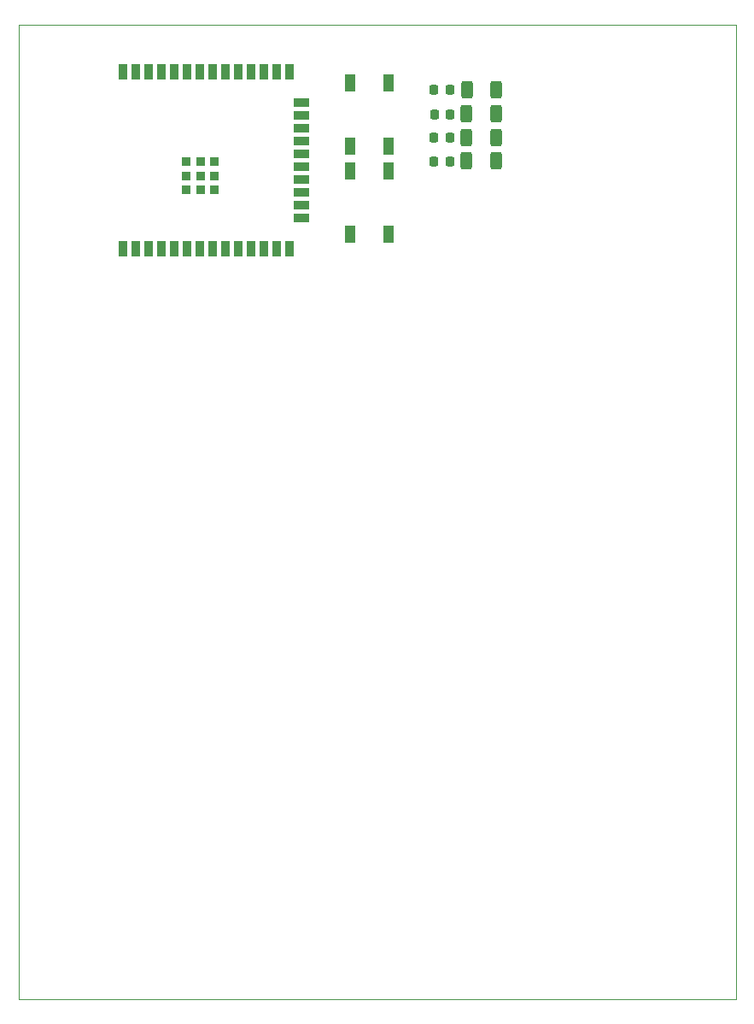
<source format=gtp>
%TF.GenerationSoftware,KiCad,Pcbnew,8.0.3-8.0.3-0~ubuntu23.10.1*%
%TF.CreationDate,2024-07-29T17:43:26+05:00*%
%TF.ProjectId,IOTV,494f5456-2e6b-4696-9361-645f70636258,3*%
%TF.SameCoordinates,Original*%
%TF.FileFunction,Paste,Top*%
%TF.FilePolarity,Positive*%
%FSLAX46Y46*%
G04 Gerber Fmt 4.6, Leading zero omitted, Abs format (unit mm)*
G04 Created by KiCad (PCBNEW 8.0.3-8.0.3-0~ubuntu23.10.1) date 2024-07-29 17:43:26*
%MOMM*%
%LPD*%
G01*
G04 APERTURE LIST*
G04 Aperture macros list*
%AMRoundRect*
0 Rectangle with rounded corners*
0 $1 Rounding radius*
0 $2 $3 $4 $5 $6 $7 $8 $9 X,Y pos of 4 corners*
0 Add a 4 corners polygon primitive as box body*
4,1,4,$2,$3,$4,$5,$6,$7,$8,$9,$2,$3,0*
0 Add four circle primitives for the rounded corners*
1,1,$1+$1,$2,$3*
1,1,$1+$1,$4,$5*
1,1,$1+$1,$6,$7*
1,1,$1+$1,$8,$9*
0 Add four rect primitives between the rounded corners*
20,1,$1+$1,$2,$3,$4,$5,0*
20,1,$1+$1,$4,$5,$6,$7,0*
20,1,$1+$1,$6,$7,$8,$9,0*
20,1,$1+$1,$8,$9,$2,$3,0*%
G04 Aperture macros list end*
%ADD10R,1.000000X1.700000*%
%ADD11RoundRect,0.218750X-0.218750X-0.256250X0.218750X-0.256250X0.218750X0.256250X-0.218750X0.256250X0*%
%ADD12RoundRect,0.250000X-0.312500X-0.625000X0.312500X-0.625000X0.312500X0.625000X-0.312500X0.625000X0*%
%ADD13R,0.900000X1.500000*%
%ADD14R,1.500000X0.900000*%
%ADD15R,0.900000X0.900000*%
%TA.AperFunction,Profile*%
%ADD16C,0.100000*%
%TD*%
G04 APERTURE END LIST*
D10*
%TO.C,SW2*%
X70998000Y-88265400D03*
X70998000Y-81965400D03*
X74798000Y-88265400D03*
X74798000Y-81965400D03*
%TD*%
D11*
%TO.C,D1*%
X79349500Y-85090000D03*
X80924500Y-85090000D03*
%TD*%
D12*
%TO.C,R3*%
X82535400Y-84988400D03*
X85460400Y-84988400D03*
%TD*%
D11*
%TO.C,D2*%
X79320000Y-87350600D03*
X80895000Y-87350600D03*
%TD*%
D12*
%TO.C,R6*%
X82546000Y-82651600D03*
X85471000Y-82651600D03*
%TD*%
D13*
%TO.C,U1*%
X48432400Y-98407000D03*
X49702400Y-98407000D03*
X50972400Y-98407000D03*
X52242400Y-98407000D03*
X53512400Y-98407000D03*
X54782400Y-98407000D03*
X56052400Y-98407000D03*
X57322400Y-98407000D03*
X58592400Y-98407000D03*
X59862400Y-98407000D03*
X61132400Y-98407000D03*
X62402400Y-98407000D03*
X63672400Y-98407000D03*
X64942400Y-98407000D03*
D14*
X66192400Y-95377000D03*
X66192400Y-94107000D03*
X66192400Y-92837000D03*
X66192400Y-91567000D03*
X66192400Y-90297000D03*
X66192400Y-89027000D03*
X66192400Y-87757000D03*
X66192400Y-86487000D03*
X66192400Y-85217000D03*
X66192400Y-83947000D03*
D13*
X64942400Y-80907000D03*
X63672400Y-80907000D03*
X62402400Y-80907000D03*
X61132400Y-80907000D03*
X59862400Y-80907000D03*
X58592400Y-80907000D03*
X57322400Y-80907000D03*
X56052400Y-80907000D03*
X54782400Y-80907000D03*
X53512400Y-80907000D03*
X52242400Y-80907000D03*
X50972400Y-80907000D03*
X49702400Y-80907000D03*
X48432400Y-80907000D03*
D15*
X54752400Y-92557000D03*
X54752400Y-92557000D03*
X56152400Y-92557000D03*
X57552400Y-92557000D03*
X57552400Y-92557000D03*
X54752400Y-91157000D03*
X56152400Y-91157000D03*
X57552400Y-91157000D03*
X57552400Y-91157000D03*
X54752400Y-89757000D03*
X56152400Y-89757000D03*
X57552400Y-89757000D03*
%TD*%
D10*
%TO.C,SW1*%
X70998000Y-96952200D03*
X70998000Y-90652200D03*
X74798000Y-96952200D03*
X74798000Y-90652200D03*
%TD*%
D11*
%TO.C,D4*%
X79301100Y-82671600D03*
X80876100Y-82671600D03*
%TD*%
%TO.C,D3*%
X79309400Y-89738200D03*
X80884400Y-89738200D03*
%TD*%
D12*
%TO.C,R5*%
X82520600Y-89662000D03*
X85445600Y-89662000D03*
%TD*%
%TO.C,R4*%
X82520600Y-87350600D03*
X85445600Y-87350600D03*
%TD*%
D16*
X38100000Y-76200000D02*
X109220000Y-76200000D01*
X109220000Y-172720000D01*
X38100000Y-172720000D01*
X38100000Y-76200000D01*
M02*

</source>
